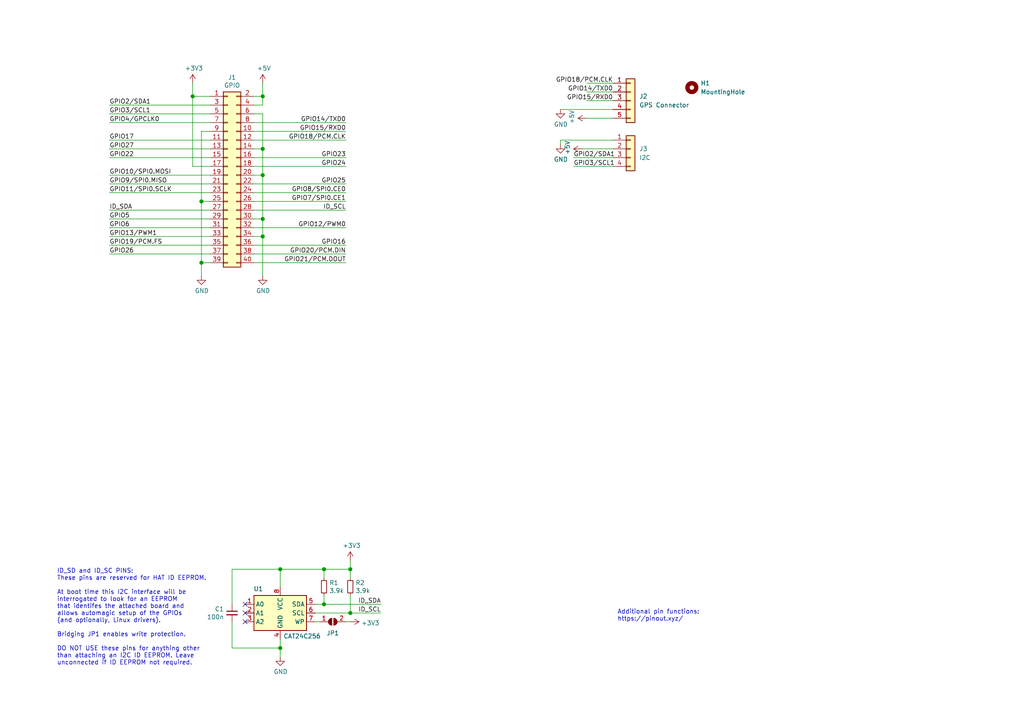
<source format=kicad_sch>
(kicad_sch (version 20231120) (generator "eeschema") (generator_version "8.0")
  (paper "A4")
  (title_block (date "15 nov 2012"))
  (lib_symbols
    (symbol "Connector_Generic:Conn_01x04" (pin_names (offset 1.016) hide)
      (property "Reference" "J" (at 0 5.08 0))
      (property "Value" "Conn_01x04" (at 0 -7.62 0))
      (symbol "Conn_01x04_1_1"
        (rectangle (start -1.27 -4.953) (end 0 -5.207) (stroke (width 0.1524)))
        (rectangle (start -1.27 -2.413) (end 0 -2.667) (stroke (width 0.1524)))
        (rectangle (start -1.27 0.127) (end 0 -0.127) (stroke (width 0.1524)))
        (rectangle (start -1.27 2.667) (end 0 2.413) (stroke (width 0.1524)))
        (rectangle (start -1.27 3.81) (end 1.27 -6.35) (stroke (width 0.254)) (fill (type background)))
        (pin passive line (at -5.08 2.54 0) (length 3.81) (name "Pin_1") (number "1"))
        (pin passive line (at -5.08 0 0) (length 3.81) (name "Pin_2") (number "2"))
        (pin passive line (at -5.08 -2.54 0) (length 3.81) (name "Pin_3") (number "3"))
        (pin passive line (at -5.08 -5.08 0) (length 3.81) (name "Pin_4") (number "4"))
      )
    )
    (symbol "Connector_Generic:Conn_01x05" (pin_names (offset 1.016) hide)
      (property "Reference" "J" (at 0 7.62 0))
      (property "Value" "Conn_01x05" (at 0 -7.62 0))
      (symbol "Conn_01x05_1_1"
        (rectangle (start -1.27 -4.953) (end 0 -5.207) (stroke (width 0.1524)))
        (rectangle (start -1.27 -2.413) (end 0 -2.667) (stroke (width 0.1524)))
        (rectangle (start -1.27 0.127) (end 0 -0.127) (stroke (width 0.1524)))
        (rectangle (start -1.27 2.667) (end 0 2.413) (stroke (width 0.1524)))
        (rectangle (start -1.27 5.207) (end 0 4.953) (stroke (width 0.1524)))
        (rectangle (start -1.27 6.35) (end 1.27 -6.35) (stroke (width 0.254)) (fill (type background)))
        (pin passive line (at -5.08 5.08 0) (length 3.81) (name "Pin_1") (number "1"))
        (pin passive line (at -5.08 2.54 0) (length 3.81) (name "Pin_2") (number "2"))
        (pin passive line (at -5.08 0 0) (length 3.81) (name "Pin_3") (number "3"))
        (pin passive line (at -5.08 -2.54 0) (length 3.81) (name "Pin_4") (number "4"))
        (pin passive line (at -5.08 -5.08 0) (length 3.81) (name "Pin_5") (number "5"))
      )
    )
    (symbol "Connector_Generic:Conn_02x20_Odd_Even" (pin_names (offset 1.016) hide)
      (property "Reference" "J" (at 1.27 25.4 0))
      (property "Value" "Conn_02x20_Odd_Even" (at 1.27 -27.94 0))
      (symbol "Conn_02x20_Odd_Even_1_1"
        (rectangle (start -1.27 -25.273) (end 0 -25.527) (stroke (width 0.1524)))
        (rectangle (start -1.27 -22.733) (end 0 -22.987) (stroke (width 0.1524)))
        (rectangle (start -1.27 -20.193) (end 0 -20.447) (stroke (width 0.1524)))
        (rectangle (start -1.27 -17.653) (end 0 -17.907) (stroke (width 0.1524)))
        (rectangle (start -1.27 -15.113) (end 0 -15.367) (stroke (width 0.1524)))
        (rectangle (start -1.27 -12.573) (end 0 -12.827) (stroke (width 0.1524)))
        (rectangle (start -1.27 -10.033) (end 0 -10.287) (stroke (width 0.1524)))
        (rectangle (start -1.27 -7.493) (end 0 -7.747) (stroke (width 0.1524)))
        (rectangle (start -1.27 -4.953) (end 0 -5.207) (stroke (width 0.1524)))
        (rectangle (start -1.27 -2.413) (end 0 -2.667) (stroke (width 0.1524)))
        (rectangle (start -1.27 0.127) (end 0 -0.127) (stroke (width 0.1524)))
        (rectangle (start -1.27 2.667) (end 0 2.413) (stroke (width 0.1524)))
        (rectangle (start -1.27 5.207) (end 0 4.953) (stroke (width 0.1524)))
        (rectangle (start -1.27 7.747) (end 0 7.493) (stroke (width 0.1524)))
        (rectangle (start -1.27 10.287) (end 0 10.033) (stroke (width 0.1524)))
        (rectangle (start -1.27 12.827) (end 0 12.573) (stroke (width 0.1524)))
        (rectangle (start -1.27 15.367) (end 0 15.113) (stroke (width 0.1524)))
        (rectangle (start -1.27 17.907) (end 0 17.653) (stroke (width 0.1524)))
        (rectangle (start -1.27 20.447) (end 0 20.193) (stroke (width 0.1524)))
        (rectangle (start -1.27 22.987) (end 0 22.733) (stroke (width 0.1524)))
        (rectangle (start -1.27 24.13) (end 3.81 -26.67) (stroke (width 0.254)) (fill (type background)))
        (rectangle (start 3.81 -25.273) (end 2.54 -25.527) (stroke (width 0.1524)))
        (rectangle (start 3.81 -22.733) (end 2.54 -22.987) (stroke (width 0.1524)))
        (rectangle (start 3.81 -20.193) (end 2.54 -20.447) (stroke (width 0.1524)))
        (rectangle (start 3.81 -17.653) (end 2.54 -17.907) (stroke (width 0.1524)))
        (rectangle (start 3.81 -15.113) (end 2.54 -15.367) (stroke (width 0.1524)))
        (rectangle (start 3.81 -12.573) (end 2.54 -12.827) (stroke (width 0.1524)))
        (rectangle (start 3.81 -10.033) (end 2.54 -10.287) (stroke (width 0.1524)))
        (rectangle (start 3.81 -7.493) (end 2.54 -7.747) (stroke (width 0.1524)))
        (rectangle (start 3.81 -4.953) (end 2.54 -5.207) (stroke (width 0.1524)))
        (rectangle (start 3.81 -2.413) (end 2.54 -2.667) (stroke (width 0.1524)))
        (rectangle (start 3.81 0.127) (end 2.54 -0.127) (stroke (width 0.1524)))
        (rectangle (start 3.81 2.667) (end 2.54 2.413) (stroke (width 0.1524)))
        (rectangle (start 3.81 5.207) (end 2.54 4.953) (stroke (width 0.1524)))
        (rectangle (start 3.81 7.747) (end 2.54 7.493) (stroke (width 0.1524)))
        (rectangle (start 3.81 10.287) (end 2.54 10.033) (stroke (width 0.1524)))
        (rectangle (start 3.81 12.827) (end 2.54 12.573) (stroke (width 0.1524)))
        (rectangle (start 3.81 15.367) (end 2.54 15.113) (stroke (width 0.1524)))
        (rectangle (start 3.81 17.907) (end 2.54 17.653) (stroke (width 0.1524)))
        (rectangle (start 3.81 20.447) (end 2.54 20.193) (stroke (width 0.1524)))
        (rectangle (start 3.81 22.987) (end 2.54 22.733) (stroke (width 0.1524)))
        (pin passive line (at -5.08 22.86 0) (length 3.81) (name "Pin_1") (number "1"))
        (pin passive line (at 7.62 12.7 180) (length 3.81) (name "Pin_10") (number "10"))
        (pin passive line (at -5.08 10.16 0) (length 3.81) (name "Pin_11") (number "11"))
        (pin passive line (at 7.62 10.16 180) (length 3.81) (name "Pin_12") (number "12"))
        (pin passive line (at -5.08 7.62 0) (length 3.81) (name "Pin_13") (number "13"))
        (pin passive line (at 7.62 7.62 180) (length 3.81) (name "Pin_14") (number "14"))
        (pin passive line (at -5.08 5.08 0) (length 3.81) (name "Pin_15") (number "15"))
        (pin passive line (at 7.62 5.08 180) (length 3.81) (name "Pin_16") (number "16"))
        (pin passive line (at -5.08 2.54 0) (length 3.81) (name "Pin_17") (number "17"))
        (pin passive line (at 7.62 2.54 180) (length 3.81) (name "Pin_18") (number "18"))
        (pin passive line (at -5.08 0 0) (length 3.81) (name "Pin_19") (number "19"))
        (pin passive line (at 7.62 22.86 180) (length 3.81) (name "Pin_2") (number "2"))
        (pin passive line (at 7.62 0 180) (length 3.81) (name "Pin_20") (number "20"))
        (pin passive line (at -5.08 -2.54 0) (length 3.81) (name "Pin_21") (number "21"))
        (pin passive line (at 7.62 -2.54 180) (length 3.81) (name "Pin_22") (number "22"))
        (pin passive line (at -5.08 -5.08 0) (length 3.81) (name "Pin_23") (number "23"))
        (pin passive line (at 7.62 -5.08 180) (length 3.81) (name "Pin_24") (number "24"))
        (pin passive line (at -5.08 -7.62 0) (length 3.81) (name "Pin_25") (number "25"))
        (pin passive line (at 7.62 -7.62 180) (length 3.81) (name "Pin_26") (number "26"))
        (pin passive line (at -5.08 -10.16 0) (length 3.81) (name "Pin_27") (number "27"))
        (pin passive line (at 7.62 -10.16 180) (length 3.81) (name "Pin_28") (number "28"))
        (pin passive line (at -5.08 -12.7 0) (length 3.81) (name "Pin_29") (number "29"))
        (pin passive line (at -5.08 20.32 0) (length 3.81) (name "Pin_3") (number "3"))
        (pin passive line (at 7.62 -12.7 180) (length 3.81) (name "Pin_30") (number "30"))
        (pin passive line (at -5.08 -15.24 0) (length 3.81) (name "Pin_31") (number "31"))
        (pin passive line (at 7.62 -15.24 180) (length 3.81) (name "Pin_32") (number "32"))
        (pin passive line (at -5.08 -17.78 0) (length 3.81) (name "Pin_33") (number "33"))
        (pin passive line (at 7.62 -17.78 180) (length 3.81) (name "Pin_34") (number "34"))
        (pin passive line (at -5.08 -20.32 0) (length 3.81) (name "Pin_35") (number "35"))
        (pin passive line (at 7.62 -20.32 180) (length 3.81) (name "Pin_36") (number "36"))
        (pin passive line (at -5.08 -22.86 0) (length 3.81) (name "Pin_37") (number "37"))
        (pin passive line (at 7.62 -22.86 180) (length 3.81) (name "Pin_38") (number "38"))
        (pin passive line (at -5.08 -25.4 0) (length 3.81) (name "Pin_39") (number "39"))
        (pin passive line (at 7.62 20.32 180) (length 3.81) (name "Pin_4") (number "4"))
        (pin passive line (at 7.62 -25.4 180) (length 3.81) (name "Pin_40") (number "40"))
        (pin passive line (at -5.08 17.78 0) (length 3.81) (name "Pin_5") (number "5"))
        (pin passive line (at 7.62 17.78 180) (length 3.81) (name "Pin_6") (number "6"))
        (pin passive line (at -5.08 15.24 0) (length 3.81) (name "Pin_7") (number "7"))
        (pin passive line (at 7.62 15.24 180) (length 3.81) (name "Pin_8") (number "8"))
        (pin passive line (at -5.08 12.7 0) (length 3.81) (name "Pin_9") (number "9"))
      )
    )
    (symbol "Device:C_Small" (pin_numbers hide) (pin_names (offset 0.254) hide)
      (property "Reference" "C" (at 0.254 1.778 0))
      (property "Value" "C_Small" (at 0.254 -2.032 0))
      (symbol "C_Small_0_1"
        (polyline (pts (xy -1.524 -0.508) (xy 1.524 -0.508)) (stroke (width 0.3302)))
        (polyline (pts (xy -1.524 0.508) (xy 1.524 0.508)) (stroke (width 0.3048)))
      )
      (symbol "C_Small_1_1"
        (pin passive line (at 0 2.54 270) (length 2.032) (name "~") (number "1"))
        (pin passive line (at 0 -2.54 90) (length 2.032) (name "~") (number "2"))
      )
    )
    (symbol "Device:R_Small" (pin_numbers hide) (pin_names (offset 0.254) hide)
      (property "Reference" "R" (at 0.762 0.508 0))
      (property "Value" "R_Small" (at 0.762 -1.016 0))
      (symbol "R_Small_0_1"
        (rectangle (start -0.762 1.778) (end 0.762 -1.778) (stroke (width 0.2032)))
      )
      (symbol "R_Small_1_1"
        (pin passive line (at 0 2.54 270) (length 0.762) (name "~") (number "1"))
        (pin passive line (at 0 -2.54 90) (length 0.762) (name "~") (number "2"))
      )
    )
    (symbol "Jumper:SolderJumper_2_Open" (pin_names (offset 0) hide)
      (property "Reference" "JP" (at 0 2.032 0))
      (property "Value" "SolderJumper_2_Open" (at 0 -2.54 0))
      (symbol "SolderJumper_2_Open_0_1"
        (arc (start -0.254 1.016) (mid -1.2656 0) (end -0.254 -1.016))
        (arc (start -0.254 1.016) (mid -1.2656 0) (end -0.254 -1.016) (fill (type outline)))
        (polyline (pts (xy -0.254 1.016) (xy -0.254 -1.016)))
        (polyline (pts (xy 0.254 1.016) (xy 0.254 -1.016)))
        (arc (start 0.254 -1.016) (mid 1.2656 0) (end 0.254 1.016))
        (arc (start 0.254 -1.016) (mid 1.2656 0) (end 0.254 1.016) (fill (type outline)))
      )
      (symbol "SolderJumper_2_Open_1_1"
        (pin passive line (at -3.81 0 0) (length 2.54) (name "A") (number "1"))
        (pin passive line (at 3.81 0 180) (length 2.54) (name "B") (number "2"))
      )
    )
    (symbol "Mechanical:MountingHole" (pin_names (offset 1.016)) (exclude_from_sim yes) (in_bom no)
      (property "Reference" "H" (at 0 5.08 0))
      (property "Value" "MountingHole" (at 0 3.175 0))
      (symbol "MountingHole_0_1"
        (circle (center 0 0) (radius 1.27) (stroke (width 1.27)))
      )
    )
    (symbol "Memory_EEPROM:CAT24C256"
      (property "Reference" "U" (at -6.35 6.35 0))
      (property "Value" "CAT24C256" (at 1.27 6.35 0))
      (symbol "CAT24C256_1_1"
        (rectangle (start -7.62 5.08) (end 7.62 -5.08) (stroke (width 0.254)) (fill (type background)))
        (pin input line (at -10.16 2.54 0) (length 2.54) (name "A0") (number "1"))
        (pin input line (at -10.16 0 0) (length 2.54) (name "A1") (number "2"))
        (pin input line (at -10.16 -2.54 0) (length 2.54) (name "A2") (number "3"))
        (pin power_in line (at 0 -7.62 90) (length 2.54) (name "GND") (number "4"))
        (pin bidirectional line (at 10.16 2.54 180) (length 2.54) (name "SDA") (number "5"))
        (pin input line (at 10.16 0 180) (length 2.54) (name "SCL") (number "6"))
        (pin input line (at 10.16 -2.54 180) (length 2.54) (name "WP") (number "7"))
        (pin power_in line (at 0 7.62 270) (length 2.54) (name "VCC") (number "8"))
      )
    )
    (symbol "power:+3.3V" (power) (pin_names (offset 0))
      (property "Value" "+3.3V" (at 0 3.556 0))
      (symbol "+3.3V_0_1"
        (polyline (pts (xy -0.762 1.27) (xy 0 2.54)))
        (polyline (pts (xy 0 0) (xy 0 2.54)))
        (polyline (pts (xy 0 2.54) (xy 0.762 1.27)))
      )
      (symbol "+3.3V_1_1"
        (pin power_in line (at 0 0 90) (length 0) hide (name "+3V3") (number "1"))
      )
    )
    (symbol "power:+5V" (power) (pin_names (offset 0))
      (property "Value" "+5V" (at 0 3.556 0))
      (symbol "+5V_0_1"
        (polyline (pts (xy -0.762 1.27) (xy 0 2.54)))
        (polyline (pts (xy 0 0) (xy 0 2.54)))
        (polyline (pts (xy 0 2.54) (xy 0.762 1.27)))
      )
      (symbol "+5V_1_1"
        (pin power_in line (at 0 0 90) (length 0) hide (name "+5V") (number "1"))
      )
    )
    (symbol "power:GND" (power) (pin_names (offset 0))
      (property "Value" "GND" (at 0 -3.81 0))
      (symbol "GND_0_1"
        (polyline (pts (xy 0 0) (xy 0 -1.27) (xy 1.27 -1.27) (xy 0 -2.54) (xy -1.27 -1.27) (xy 0 -1.27)))
      )
      (symbol "GND_1_1"
        (pin power_in line (at 0 0 270) (length 0) hide (name "GND") (number "1"))
      )
    )
  )
  (junction (at 76.2 63.5) (diameter 1.016))
  (junction (at 101.6 165.1) (diameter 1.016))
  (junction (at 55.88 27.94) (diameter 1.016))
  (junction (at 76.2 68.58) (diameter 1.016))
  (junction (at 93.98 175.26) (diameter 1.016))
  (junction (at 58.42 58.42) (diameter 1.016))
  (junction (at 76.2 50.8) (diameter 1.016))
  (junction (at 76.2 43.18) (diameter 1.016))
  (junction (at 93.98 165.1) (diameter 1.016))
  (junction (at 81.28 187.96) (diameter 1.016))
  (junction (at 81.28 165.1) (diameter 1.016))
  (junction (at 58.42 76.2) (diameter 1.016))
  (junction (at 76.2 27.94) (diameter 1.016))
  (junction (at 101.6 177.8) (diameter 1.016))
  (no_connect (at 71.12 175.26))
  (no_connect (at 71.12 177.8))
  (no_connect (at 71.12 180.34))
  (wire (pts (xy 58.42 58.42) (xy 58.42 76.2)))
  (wire (pts (xy 73.66 58.42) (xy 100.33 58.42)))
  (wire (pts (xy 60.96 40.64) (xy 31.75 40.64)))
  (wire (pts (xy 81.28 165.1) (xy 93.98 165.1)))
  (wire (pts (xy 101.6 165.1) (xy 93.98 165.1)))
  (wire (pts (xy 101.6 167.64) (xy 101.6 165.1)))
  (wire (pts (xy 76.2 33.02) (xy 76.2 43.18)))
  (wire (pts (xy 76.2 50.8) (xy 73.66 50.8)))
  (wire (pts (xy 76.2 63.5) (xy 76.2 68.58)))
  (wire (pts (xy 170.18 29.21) (xy 177.8 29.21)))
  (wire (pts (xy 76.2 50.8) (xy 76.2 63.5)))
  (wire (pts (xy 73.66 35.56) (xy 100.33 35.56)))
  (wire (pts (xy 58.42 38.1) (xy 58.42 58.42)))
  (wire (pts (xy 91.44 175.26) (xy 93.98 175.26)))
  (wire (pts (xy 93.98 175.26) (xy 110.49 175.26)))
  (wire (pts (xy 170.18 24.13) (xy 177.8 24.13)))
  (wire (pts (xy 58.42 38.1) (xy 60.96 38.1)))
  (wire (pts (xy 91.44 180.34) (xy 92.71 180.34)))
  (wire (pts (xy 100.33 180.34) (xy 101.6 180.34)))
  (wire (pts (xy 73.66 55.88) (xy 100.33 55.88)))
  (wire (pts (xy 60.96 60.96) (xy 31.75 60.96)))
  (wire (pts (xy 31.75 63.5) (xy 60.96 63.5)))
  (wire (pts (xy 58.42 58.42) (xy 60.96 58.42)))
  (wire (pts (xy 101.6 162.56) (xy 101.6 165.1)))
  (wire (pts (xy 168.91 43.18) (xy 177.8 43.18)))
  (wire (pts (xy 73.66 45.72) (xy 100.33 45.72)))
  (wire (pts (xy 81.28 165.1) (xy 81.28 170.18)))
  (wire (pts (xy 73.66 76.2) (xy 100.33 76.2)))
  (wire (pts (xy 58.42 76.2) (xy 58.42 80.01)))
  (wire (pts (xy 31.75 43.18) (xy 60.96 43.18)))
  (wire (pts (xy 101.6 172.72) (xy 101.6 177.8)))
  (wire (pts (xy 55.88 24.13) (xy 55.88 27.94)))
  (wire (pts (xy 162.56 31.75) (xy 177.8 31.75)))
  (wire (pts (xy 76.2 68.58) (xy 73.66 68.58)))
  (wire (pts (xy 31.75 33.02) (xy 60.96 33.02)))
  (wire (pts (xy 166.37 48.26) (xy 177.8 48.26)))
  (wire (pts (xy 31.75 55.88) (xy 60.96 55.88)))
  (wire (pts (xy 55.88 48.26) (xy 60.96 48.26)))
  (wire (pts (xy 162.56 41.91) (xy 162.56 40.64)))
  (wire (pts (xy 60.96 30.48) (xy 31.75 30.48)))
  (wire (pts (xy 76.2 27.94) (xy 76.2 30.48)))
  (wire (pts (xy 76.2 43.18) (xy 76.2 50.8)))
  (wire (pts (xy 73.66 40.64) (xy 100.33 40.64)))
  (wire (pts (xy 76.2 43.18) (xy 73.66 43.18)))
  (wire (pts (xy 76.2 24.13) (xy 76.2 27.94)))
  (wire (pts (xy 31.75 35.56) (xy 60.96 35.56)))
  (wire (pts (xy 93.98 165.1) (xy 93.98 167.64)))
  (wire (pts (xy 76.2 27.94) (xy 73.66 27.94)))
  (wire (pts (xy 55.88 27.94) (xy 55.88 48.26)))
  (wire (pts (xy 73.66 48.26) (xy 100.33 48.26)))
  (wire (pts (xy 73.66 38.1) (xy 100.33 38.1)))
  (wire (pts (xy 93.98 172.72) (xy 93.98 175.26)))
  (wire (pts (xy 170.18 26.67) (xy 177.8 26.67)))
  (wire (pts (xy 91.44 177.8) (xy 101.6 177.8)))
  (wire (pts (xy 101.6 177.8) (xy 110.49 177.8)))
  (wire (pts (xy 31.75 45.72) (xy 60.96 45.72)))
  (wire (pts (xy 31.75 53.34) (xy 60.96 53.34)))
  (wire (pts (xy 31.75 66.04) (xy 60.96 66.04)))
  (wire (pts (xy 76.2 30.48) (xy 73.66 30.48)))
  (wire (pts (xy 31.75 71.12) (xy 60.96 71.12)))
  (wire (pts (xy 73.66 71.12) (xy 100.33 71.12)))
  (wire (pts (xy 73.66 66.04) (xy 100.33 66.04)))
  (wire (pts (xy 58.42 76.2) (xy 60.96 76.2)))
  (wire (pts (xy 73.66 73.66) (xy 100.33 73.66)))
  (wire (pts (xy 170.18 34.29) (xy 177.8 34.29)))
  (wire (pts (xy 76.2 33.02) (xy 73.66 33.02)))
  (wire (pts (xy 31.75 73.66) (xy 60.96 73.66)))
  (wire (pts (xy 67.31 165.1) (xy 67.31 175.26)))
  (wire (pts (xy 67.31 180.34) (xy 67.31 187.96)))
  (wire (pts (xy 67.31 187.96) (xy 81.28 187.96)))
  (wire (pts (xy 81.28 165.1) (xy 67.31 165.1)))
  (wire (pts (xy 81.28 185.42) (xy 81.28 187.96)))
  (wire (pts (xy 81.28 187.96) (xy 81.28 190.5)))
  (wire (pts (xy 76.2 68.58) (xy 76.2 80.01)))
  (wire (pts (xy 73.66 53.34) (xy 100.33 53.34)))
  (wire (pts (xy 60.96 68.58) (xy 31.75 68.58)))
  (wire (pts (xy 76.2 63.5) (xy 73.66 63.5)))
  (wire (pts (xy 55.88 27.94) (xy 60.96 27.94)))
  (wire (pts (xy 162.56 40.64) (xy 177.8 40.64)))
  (wire (pts (xy 166.37 45.72) (xy 177.8 45.72)))
  (wire (pts (xy 60.96 50.8) (xy 31.75 50.8)))
  (wire (pts (xy 73.66 60.96) (xy 100.33 60.96)))
  (text "ID_SD and ID_SC PINS:\nThese pins are reserved for HAT ID EEPROM.\n\nAt boot time this I2C interface will be\ninterrogated to look for an EEPROM\nthat identifes the attached board and\nallows automagic setup of the GPIOs\n(and optionally, Linux drivers).\n\nBridging JP1 enables write protection.\n\nDO NOT USE these pins for anything other\nthan attaching an I2C ID EEPROM. Leave\nunconnected if ID EEPROM not required." (at 16.51 193.04 0) (effects (font (size 1.27 1.27)) (justify left bottom)))
  (text "Additional pin functions:\nhttps://pinout.xyz/" (at 179.07 180.34 0) (effects (font (size 1.27 1.27)) (justify left bottom)))
  (label "ID_SDA" (at 31.75 60.96 0))
  (label "GPIO6" (at 31.75 66.04 0))
  (label "ID_SDA" (at 110.49 175.26 180))
  (label "GPIO18{slash}PCM.CLK" (at 177.8 24.13 180))
  (label "ID_SCL" (at 100.33 60.96 180))
  (label "GPIO5" (at 31.75 63.5 0))
  (label "GPIO21{slash}PCM.DOUT" (at 100.33 76.2 180))
  (label "GPIO19{slash}PCM.FS" (at 31.75 71.12 0))
  (label "GPIO10{slash}SPI0.MOSI" (at 31.75 50.8 0))
  (label "GPIO9{slash}SPI0.MISO" (at 31.75 53.34 0))
  (label "GPIO2{slash}SDA1" (at 166.37 45.72 0))
  (label "GPIO23" (at 100.33 45.72 180))
  (label "GPIO15{slash}RXD0" (at 177.8 29.21 180))
  (label "GPIO4{slash}GPCLK0" (at 31.75 35.56 0))
  (label "GPIO27" (at 31.75 43.18 0))
  (label "GPIO26" (at 31.75 73.66 0))
  (label "GPIO14{slash}TXD0" (at 100.33 35.56 180))
  (label "GPIO14{slash}TXD0" (at 177.8 26.67 180))
  (label "GPIO8{slash}SPI0.CE0" (at 100.33 55.88 180))
  (label "GPIO15{slash}RXD0" (at 100.33 38.1 180))
  (label "GPIO16" (at 100.33 71.12 180))
  (label "GPIO22" (at 31.75 45.72 0))
  (label "GPIO2{slash}SDA1" (at 31.75 30.48 0))
  (label "GPIO17" (at 31.75 40.64 0))
  (label "GPIO3{slash}SCL1" (at 166.37 48.26 0))
  (label "GPIO25" (at 100.33 53.34 180))
  (label "GPIO3{slash}SCL1" (at 31.75 33.02 0))
  (label "GPIO18{slash}PCM.CLK" (at 100.33 40.64 180))
  (label "GPIO12{slash}PWM0" (at 100.33 66.04 180))
  (label "GPIO13{slash}PWM1" (at 31.75 68.58 0))
  (label "GPIO20{slash}PCM.DIN" (at 100.33 73.66 180))
  (label "GPIO24" (at 100.33 48.26 180))
  (label "GPIO7{slash}SPI0.CE1" (at 100.33 58.42 180))
  (label "ID_SCL" (at 110.49 177.8 180))
  (label "GPIO11{slash}SPI0.SCLK" (at 31.75 55.88 0))
  (symbol (lib_id "power:+5V") (at 76.2 24.13 0) (unit 1)
    (property "Reference" "#PWR01" (effects (hide yes)))
    (property "Value" "+5V" (at 76.5683 19.8056 0))
  )
  (symbol (lib_id "power:+3.3V") (at 55.88 24.13 0) (unit 1)
    (property "Reference" "#PWR04" (effects (hide yes)))
    (property "Value" "+3V3" (at 56.2483 19.8056 0))
  )
  (symbol (lib_id "power:GND") (at 76.2 80.01 0) (unit 1)
    (property "Reference" "#PWR02" (effects (hide yes)))
    (property "Value" "GND" (at 76.3143 84.3344 0))
  )
  (symbol (lib_id "power:GND") (at 58.42 80.01 0) (unit 1)
    (property "Reference" "#PWR03" (effects (hide yes)))
    (property "Value" "GND" (at 58.5343 84.3344 0))
  )
  (symbol (lib_id "Connector_Generic:Conn_02x20_Odd_Even") (at 66.04 50.8 0) (unit 1)
    (property "Reference" "J1" (at 67.31 22.4598 0))
    (property "Value" "GPIO" (at 67.31 24.765 0))
    (property "Footprint" "Connector_PinSocket_2.54mm:PinSocket_2x20_P2.54mm_Vertical" (effects (hide yes)))
  )
  (symbol (lib_id "Device:C_Small") (at 67.31 177.8 0) (unit 1)
    (property "Reference" "C1" (at 64.9858 176.6506 0) (effects (justify right)))
    (property "Value" "100n" (at 64.9858 178.9493 0) (effects (justify right)))
  )
  (symbol (lib_id "Connector_Generic:Conn_01x05") (at 182.88 29.21 0) (unit 1)
    (property "Reference" "J2" (at 185.42 27.9399 0) (effects (justify left)))
    (property "Value" "GPS Connector" (at 185.42 30.4799 0) (effects (justify left)))
    (property "Footprint" "Connector_PinSocket_2.54mm:PinSocket_1x05_P2.54mm_Horizontal" (effects (hide yes)))
    (property "Description" "Generic connector, single row, 01x05, script generated (kicad-library-utils/schlib/autogen/connector/)" (effects (hide yes)))
  )
  (symbol (lib_id "Device:R_Small") (at 93.98 170.18 0) (unit 1)
    (property "Reference" "R1" (at 95.4786 169.037 0) (effects (justify left)))
    (property "Value" "3.9k" (at 95.4787 171.3293 0) (effects (justify left)))
  )
  (symbol (lib_id "Jumper:SolderJumper_2_Open") (at 96.52 180.34 0) (unit 1)
    (property "Reference" "JP1" (at 96.52 183.623 0))
    (property "Value" "ID_WP" (effects (hide yes)))
  )
  (symbol (lib_id "Device:R_Small") (at 101.6 170.18 0) (unit 1)
    (property "Reference" "R2" (at 103.0986 169.037 0) (effects (justify left)))
    (property "Value" "3.9k" (at 103.0987 171.3293 0) (effects (justify left)))
  )
  (symbol (lib_id "Connector_Generic:Conn_01x04") (at 182.88 43.18 0) (unit 1)
    (property "Reference" "J3" (at 185.42 43.1799 0) (effects (justify left)))
    (property "Value" "I2C" (at 185.42 45.7199 0) (effects (justify left)))
    (property "Footprint" "Connector_PinSocket_2.54mm:PinSocket_1x04_P2.54mm_Horizontal" (effects (hide yes)))
    (property "Description" "Generic connector, single row, 01x04, script generated (kicad-library-utils/schlib/autogen/connector/)" (effects (hide yes)))
  )
  (symbol (lib_id "power:+3.3V") (at 101.6 162.56 0) (unit 1)
    (property "Reference" "#PWR0101" (effects (hide yes)))
    (property "Value" "+3V3" (at 101.9683 158.2356 0))
  )
  (symbol (lib_id "Mechanical:MountingHole") (at 200.66 25.4 0) (unit 1) (exclude_from_sim yes) (in_bom no)
    (property "Reference" "H1" (at 203.2 24.1299 0) (effects (justify left)))
    (property "Value" "MountingHole" (at 203.2 26.6699 0) (effects (justify left)))
    (property "Footprint" "MountingHole:MountingHole_2.7mm" (effects (hide yes)))
    (property "Description" "Mounting Hole without connection" (effects (hide yes)))
  )
  (symbol (lib_id "power:+5V") (at 170.18 34.29 90) (unit 1)
    (property "Reference" "#PWR05" (effects (hide yes)))
    (property "Value" "+5V" (at 165.8556 33.9217 0))
  )
  (symbol (lib_id "Memory_EEPROM:CAT24C256") (at 81.28 177.8 0) (unit 1)
    (property "Reference" "U1" (at 74.93 170.7958 0))
    (property "Value" "CAT24C256" (at 87.63 184.5245 0))
    (property "Datasheet" "https://www.onsemi.cn/PowerSolutions/document/CAT24C256-D.PDF" (effects (hide yes)))
  )
  (symbol (lib_id "power:GND") (at 162.56 31.75 0) (unit 1)
    (property "Reference" "#PWR06" (effects (hide yes)))
    (property "Value" "GND" (at 162.6743 36.0744 0))
  )
  (symbol (lib_id "power:+5V") (at 168.91 43.18 90) (unit 1)
    (property "Reference" "#PWR07" (effects (hide yes)))
    (property "Value" "+5V" (at 164.5856 42.8117 0))
  )
  (symbol (lib_id "power:GND") (at 81.28 190.5 0) (unit 1)
    (property "Reference" "#PWR0102" (effects (hide yes)))
    (property "Value" "GND" (at 81.3943 194.8244 0))
  )
  (symbol (lib_id "power:+3.3V") (at 101.6 180.34 270) (unit 1)
    (property "Reference" "#PWR0103" (effects (hide yes)))
    (property "Value" "+3V3" (at 104.7751 180.7083 90) (effects (justify left)))
  )
  (symbol (lib_id "power:GND") (at 162.56 41.91 0) (unit 1)
    (property "Reference" "#PWR08" (effects (hide yes)))
    (property "Value" "GND" (at 162.6743 46.2344 0))
  )
)
</source>
